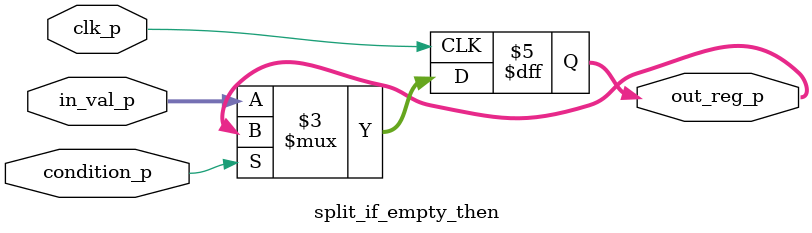
<source format=sv>
module split_if_empty_then (
    input logic clk_p,
    input logic condition_p,
    input logic [7:0] in_val_p,
    output logic [7:0] out_reg_p
);
    always @(posedge clk_p) begin
        if (condition_p) begin
        end else begin
            out_reg_p <= in_val_p;
        end
    end
endmodule


</source>
